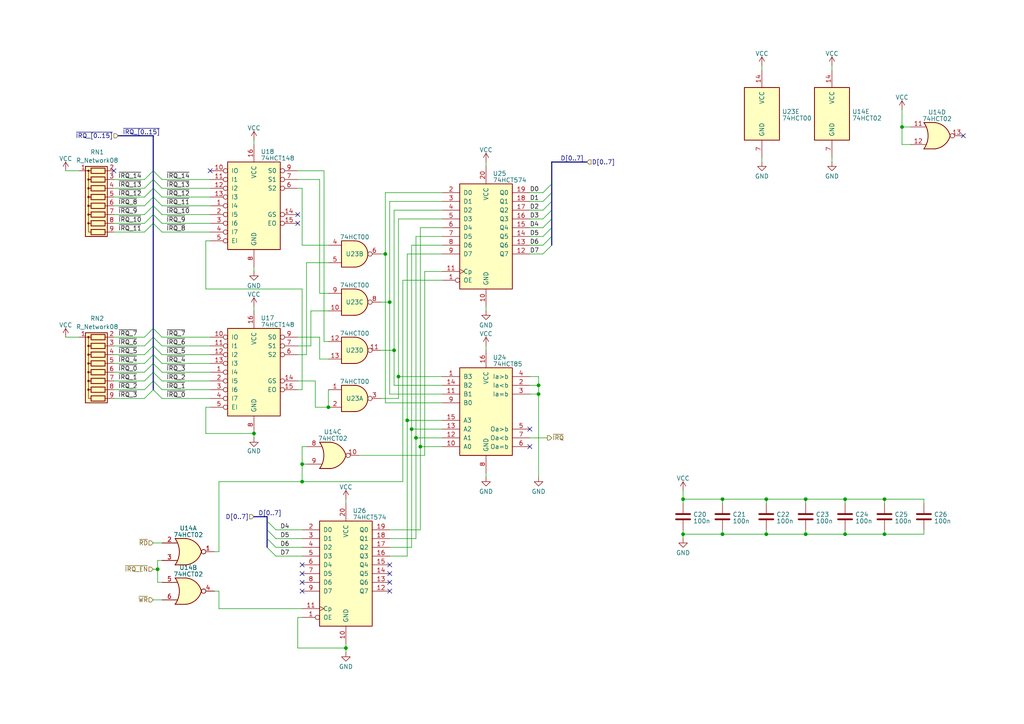
<source format=kicad_sch>
(kicad_sch (version 20231120) (generator "eeschema") (generator_version "8.0")
  (paper "A4")
  (title_block (title "IRQ Handler") (date "2024-02-03") (rev "1") (company "Eric Lind"))
  (lib_symbols
    (symbol "74xx:74HCT02" (pin_names (offset 1.016))
      (property "Reference" "U" (at 0 1.27 0))
      (property "Value" "74HCT02" (at 0 -1.27 0))
      (symbol "74HCT02_1_1"
        (arc (start -3.81 -3.81) (mid -2.589 0) (end -3.81 3.81) (stroke (width 0.254)))
        (arc (start -0.6096 -3.81) (mid 2.1842 -2.5851) (end 3.81 0) (stroke (width 0.254)) (fill (type background)))
        (polyline (pts (xy -3.81 -3.81) (xy -0.635 -3.81)) (stroke (width 0.254)) (fill (type background)))
        (polyline (pts (xy -3.81 3.81) (xy -0.635 3.81)) (stroke (width 0.254)) (fill (type background)))
        (polyline (pts (xy -0.635 3.81) (xy -3.81 3.81) (xy -3.81 3.81) (xy -3.556 3.4036) (xy -3.0226 2.2606) (xy -2.6924 1.0414) (xy -2.6162 -0.254) (xy -2.7686 -1.4986) (xy -3.175 -2.7178) (xy -3.81 -3.81) (xy -3.81 -3.81) (xy -0.635 -3.81)) (stroke (width -25.4)) (fill (type background)))
        (arc (start 3.81 0) (mid 2.1915 2.5936) (end -0.6096 3.81) (stroke (width 0.254)) (fill (type background)))
        (pin output inverted (at 7.62 0 180) (length 3.81) (name "~") (number "1"))
        (pin input line (at -7.62 2.54 0) (length 4.318) (name "~") (number "2"))
        (pin input line (at -7.62 -2.54 0) (length 4.318) (name "~") (number "3"))
      )
      (symbol "74HCT02_1_2"
        (arc (start 0 -3.81) (mid 3.7934 0) (end 0 3.81) (stroke (width 0.254)) (fill (type background)))
        (polyline (pts (xy 0 3.81) (xy -3.81 3.81) (xy -3.81 -3.81) (xy 0 -3.81)) (stroke (width 0.254)) (fill (type background)))
        (pin output line (at 7.62 0 180) (length 3.81) (name "~") (number "1"))
        (pin input inverted (at -7.62 2.54 0) (length 3.81) (name "~") (number "2"))
        (pin input inverted (at -7.62 -2.54 0) (length 3.81) (name "~") (number "3"))
      )
      (symbol "74HCT02_2_1"
        (arc (start -3.81 -3.81) (mid -2.589 0) (end -3.81 3.81) (stroke (width 0.254)))
        (arc (start -0.6096 -3.81) (mid 2.1842 -2.5851) (end 3.81 0) (stroke (width 0.254)) (fill (type background)))
        (polyline (pts (xy -3.81 -3.81) (xy -0.635 -3.81)) (stroke (width 0.254)) (fill (type background)))
        (polyline (pts (xy -3.81 3.81) (xy -0.635 3.81)) (stroke (width 0.254)) (fill (type background)))
        (polyline (pts (xy -0.635 3.81) (xy -3.81 3.81) (xy -3.81 3.81) (xy -3.556 3.4036) (xy -3.0226 2.2606) (xy -2.6924 1.0414) (xy -2.6162 -0.254) (xy -2.7686 -1.4986) (xy -3.175 -2.7178) (xy -3.81 -3.81) (xy -3.81 -3.81) (xy -0.635 -3.81)) (stroke (width -25.4)) (fill (type background)))
        (arc (start 3.81 0) (mid 2.1915 2.5936) (end -0.6096 3.81) (stroke (width 0.254)) (fill (type background)))
        (pin output inverted (at 7.62 0 180) (length 3.81) (name "~") (number "4"))
        (pin input line (at -7.62 2.54 0) (length 4.318) (name "~") (number "5"))
        (pin input line (at -7.62 -2.54 0) (length 4.318) (name "~") (number "6"))
      )
      (symbol "74HCT02_2_2"
        (arc (start 0 -3.81) (mid 3.7934 0) (end 0 3.81) (stroke (width 0.254)) (fill (type background)))
        (polyline (pts (xy 0 3.81) (xy -3.81 3.81) (xy -3.81 -3.81) (xy 0 -3.81)) (stroke (width 0.254)) (fill (type background)))
        (pin output line (at 7.62 0 180) (length 3.81) (name "~") (number "4"))
        (pin input inverted (at -7.62 2.54 0) (length 3.81) (name "~") (number "5"))
        (pin input inverted (at -7.62 -2.54 0) (length 3.81) (name "~") (number "6"))
      )
      (symbol "74HCT02_3_1"
        (arc (start -3.81 -3.81) (mid -2.589 0) (end -3.81 3.81) (stroke (width 0.254)))
        (arc (start -0.6096 -3.81) (mid 2.1842 -2.5851) (end 3.81 0) (stroke (width 0.254)) (fill (type background)))
        (polyline (pts (xy -3.81 -3.81) (xy -0.635 -3.81)) (stroke (width 0.254)) (fill (type background)))
        (polyline (pts (xy -3.81 3.81) (xy -0.635 3.81)) (stroke (width 0.254)) (fill (type background)))
        (polyline (pts (xy -0.635 3.81) (xy -3.81 3.81) (xy -3.81 3.81) (xy -3.556 3.4036) (xy -3.0226 2.2606) (xy -2.6924 1.0414) (xy -2.6162 -0.254) (xy -2.7686 -1.4986) (xy -3.175 -2.7178) (xy -3.81 -3.81) (xy -3.81 -3.81) (xy -0.635 -3.81)) (stroke (width -25.4)) (fill (type background)))
        (arc (start 3.81 0) (mid 2.1915 2.5936) (end -0.6096 3.81) (stroke (width 0.254)) (fill (type background)))
        (pin output inverted (at 7.62 0 180) (length 3.81) (name "~") (number "10"))
        (pin input line (at -7.62 2.54 0) (length 4.318) (name "~") (number "8"))
        (pin input line (at -7.62 -2.54 0) (length 4.318) (name "~") (number "9"))
      )
      (symbol "74HCT02_3_2"
        (arc (start 0 -3.81) (mid 3.7934 0) (end 0 3.81) (stroke (width 0.254)) (fill (type background)))
        (polyline (pts (xy 0 3.81) (xy -3.81 3.81) (xy -3.81 -3.81) (xy 0 -3.81)) (stroke (width 0.254)) (fill (type background)))
        (pin output line (at 7.62 0 180) (length 3.81) (name "~") (number "10"))
        (pin input inverted (at -7.62 2.54 0) (length 3.81) (name "~") (number "8"))
        (pin input inverted (at -7.62 -2.54 0) (length 3.81) (name "~") (number "9"))
      )
      (symbol "74HCT02_4_1"
        (arc (start -3.81 -3.81) (mid -2.589 0) (end -3.81 3.81) (stroke (width 0.254)))
        (arc (start -0.6096 -3.81) (mid 2.1842 -2.5851) (end 3.81 0) (stroke (width 0.254)) (fill (type background)))
        (polyline (pts (xy -3.81 -3.81) (xy -0.635 -3.81)) (stroke (width 0.254)) (fill (type background)))
        (polyline (pts (xy -3.81 3.81) (xy -0.635 3.81)) (stroke (width 0.254)) (fill (type background)))
        (polyline (pts (xy -0.635 3.81) (xy -3.81 3.81) (xy -3.81 3.81) (xy -3.556 3.4036) (xy -3.0226 2.2606) (xy -2.6924 1.0414) (xy -2.6162 -0.254) (xy -2.7686 -1.4986) (xy -3.175 -2.7178) (xy -3.81 -3.81) (xy -3.81 -3.81) (xy -0.635 -3.81)) (stroke (width -25.4)) (fill (type background)))
        (arc (start 3.81 0) (mid 2.1915 2.5936) (end -0.6096 3.81) (stroke (width 0.254)) (fill (type background)))
        (pin input line (at -7.62 2.54 0) (length 4.318) (name "~") (number "11"))
        (pin input line (at -7.62 -2.54 0) (length 4.318) (name "~") (number "12"))
        (pin output inverted (at 7.62 0 180) (length 3.81) (name "~") (number "13"))
      )
      (symbol "74HCT02_4_2"
        (arc (start 0 -3.81) (mid 3.7934 0) (end 0 3.81) (stroke (width 0.254)) (fill (type background)))
        (polyline (pts (xy 0 3.81) (xy -3.81 3.81) (xy -3.81 -3.81) (xy 0 -3.81)) (stroke (width 0.254)) (fill (type background)))
        (pin input inverted (at -7.62 2.54 0) (length 3.81) (name "~") (number "11"))
        (pin input inverted (at -7.62 -2.54 0) (length 3.81) (name "~") (number "12"))
        (pin output line (at 7.62 0 180) (length 3.81) (name "~") (number "13"))
      )
      (symbol "74HCT02_5_0"
        (pin power_in line (at 0 12.7 270) (length 5.08) (name "VCC") (number "14"))
        (pin power_in line (at 0 -12.7 90) (length 5.08) (name "GND") (number "7"))
      )
      (symbol "74HCT02_5_1"
        (rectangle (start -5.08 7.62) (end 5.08 -7.62) (stroke (width 0.254)) (fill (type background)))
      )
    )
    (symbol "74xx:74LS00" (pin_names (offset 1.016))
      (property "Reference" "U" (at 0 1.27 0))
      (property "Value" "74LS00" (at 0 -1.27 0))
      (symbol "74LS00_1_1"
        (arc (start 0 -3.81) (mid 3.7934 0) (end 0 3.81) (stroke (width 0.254)) (fill (type background)))
        (polyline (pts (xy 0 3.81) (xy -3.81 3.81) (xy -3.81 -3.81) (xy 0 -3.81)) (stroke (width 0.254)) (fill (type background)))
        (pin input line (at -7.62 2.54 0) (length 3.81) (name "~") (number "1"))
        (pin input line (at -7.62 -2.54 0) (length 3.81) (name "~") (number "2"))
        (pin output inverted (at 7.62 0 180) (length 3.81) (name "~") (number "3"))
      )
      (symbol "74LS00_1_2"
        (arc (start -3.81 -3.81) (mid -2.589 0) (end -3.81 3.81) (stroke (width 0.254)))
        (arc (start -0.6096 -3.81) (mid 2.1842 -2.5851) (end 3.81 0) (stroke (width 0.254)) (fill (type background)))
        (polyline (pts (xy -3.81 -3.81) (xy -0.635 -3.81)) (stroke (width 0.254)) (fill (type background)))
        (polyline (pts (xy -3.81 3.81) (xy -0.635 3.81)) (stroke (width 0.254)) (fill (type background)))
        (polyline (pts (xy -0.635 3.81) (xy -3.81 3.81) (xy -3.81 3.81) (xy -3.556 3.4036) (xy -3.0226 2.2606) (xy -2.6924 1.0414) (xy -2.6162 -0.254) (xy -2.7686 -1.4986) (xy -3.175 -2.7178) (xy -3.81 -3.81) (xy -3.81 -3.81) (xy -0.635 -3.81)) (stroke (width -25.4)) (fill (type background)))
        (arc (start 3.81 0) (mid 2.1915 2.5936) (end -0.6096 3.81) (stroke (width 0.254)) (fill (type background)))
        (pin input inverted (at -7.62 2.54 0) (length 4.318) (name "~") (number "1"))
        (pin input inverted (at -7.62 -2.54 0) (length 4.318) (name "~") (number "2"))
        (pin output line (at 7.62 0 180) (length 3.81) (name "~") (number "3"))
      )
      (symbol "74LS00_2_1"
        (arc (start 0 -3.81) (mid 3.7934 0) (end 0 3.81) (stroke (width 0.254)) (fill (type background)))
        (polyline (pts (xy 0 3.81) (xy -3.81 3.81) (xy -3.81 -3.81) (xy 0 -3.81)) (stroke (width 0.254)) (fill (type background)))
        (pin input line (at -7.62 2.54 0) (length 3.81) (name "~") (number "4"))
        (pin input line (at -7.62 -2.54 0) (length 3.81) (name "~") (number "5"))
        (pin output inverted (at 7.62 0 180) (length 3.81) (name "~") (number "6"))
      )
      (symbol "74LS00_2_2"
        (arc (start -3.81 -3.81) (mid -2.589 0) (end -3.81 3.81) (stroke (width 0.254)))
        (arc (start -0.6096 -3.81) (mid 2.1842 -2.5851) (end 3.81 0) (stroke (width 0.254)) (fill (type background)))
        (polyline (pts (xy -3.81 -3.81) (xy -0.635 -3.81)) (stroke (width 0.254)) (fill (type background)))
        (polyline (pts (xy -3.81 3.81) (xy -0.635 3.81)) (stroke (width 0.254)) (fill (type background)))
        (polyline (pts (xy -0.635 3.81) (xy -3.81 3.81) (xy -3.81 3.81) (xy -3.556 3.4036) (xy -3.0226 2.2606) (xy -2.6924 1.0414) (xy -2.6162 -0.254) (xy -2.7686 -1.4986) (xy -3.175 -2.7178) (xy -3.81 -3.81) (xy -3.81 -3.81) (xy -0.635 -3.81)) (stroke (width -25.4)) (fill (type background)))
        (arc (start 3.81 0) (mid 2.1915 2.5936) (end -0.6096 3.81) (stroke (width 0.254)) (fill (type background)))
        (pin input inverted (at -7.62 2.54 0) (length 4.318) (name "~") (number "4"))
        (pin input inverted (at -7.62 -2.54 0) (length 4.318) (name "~") (number "5"))
        (pin output line (at 7.62 0 180) (length 3.81) (name "~") (number "6"))
      )
      (symbol "74LS00_3_1"
        (arc (start 0 -3.81) (mid 3.7934 0) (end 0 3.81) (stroke (width 0.254)) (fill (type background)))
        (polyline (pts (xy 0 3.81) (xy -3.81 3.81) (xy -3.81 -3.81) (xy 0 -3.81)) (stroke (width 0.254)) (fill (type background)))
        (pin input line (at -7.62 -2.54 0) (length 3.81) (name "~") (number "10"))
        (pin output inverted (at 7.62 0 180) (length 3.81) (name "~") (number "8"))
        (pin input line (at -7.62 2.54 0) (length 3.81) (name "~") (number "9"))
      )
      (symbol "74LS00_3_2"
        (arc (start -3.81 -3.81) (mid -2.589 0) (end -3.81 3.81) (stroke (width 0.254)))
        (arc (start -0.6096 -3.81) (mid 2.1842 -2.5851) (end 3.81 0) (stroke (width 0.254)) (fill (type background)))
        (polyline (pts (xy -3.81 -3.81) (xy -0.635 -3.81)) (stroke (width 0.254)) (fill (type background)))
        (polyline (pts (xy -3.81 3.81) (xy -0.635 3.81)) (stroke (width 0.254)) (fill (type background)))
        (polyline (pts (xy -0.635 3.81) (xy -3.81 3.81) (xy -3.81 3.81) (xy -3.556 3.4036) (xy -3.0226 2.2606) (xy -2.6924 1.0414) (xy -2.6162 -0.254) (xy -2.7686 -1.4986) (xy -3.175 -2.7178) (xy -3.81 -3.81) (xy -3.81 -3.81) (xy -0.635 -3.81)) (stroke (width -25.4)) (fill (type background)))
        (arc (start 3.81 0) (mid 2.1915 2.5936) (end -0.6096 3.81) (stroke (width 0.254)) (fill (type background)))
        (pin input inverted (at -7.62 -2.54 0) (length 4.318) (name "~") (number "10"))
        (pin output line (at 7.62 0 180) (length 3.81) (name "~") (number "8"))
        (pin input inverted (at -7.62 2.54 0) (length 4.318) (name "~") (number "9"))
      )
      (symbol "74LS00_4_1"
        (arc (start 0 -3.81) (mid 3.7934 0) (end 0 3.81) (stroke (width 0.254)) (fill (type background)))
        (polyline (pts (xy 0 3.81) (xy -3.81 3.81) (xy -3.81 -3.81) (xy 0 -3.81)) (stroke (width 0.254)) (fill (type background)))
        (pin output inverted (at 7.62 0 180) (length 3.81) (name "~") (number "11"))
        (pin input line (at -7.62 2.54 0) (length 3.81) (name "~") (number "12"))
        (pin input line (at -7.62 -2.54 0) (length 3.81) (name "~") (number "13"))
      )
      (symbol "74LS00_4_2"
        (arc (start -3.81 -3.81) (mid -2.589 0) (end -3.81 3.81) (stroke (width 0.254)))
        (arc (start -0.6096 -3.81) (mid 2.1842 -2.5851) (end 3.81 0) (stroke (width 0.254)) (fill (type background)))
        (polyline (pts (xy -3.81 -3.81) (xy -0.635 -3.81)) (stroke (width 0.254)) (fill (type background)))
        (polyline (pts (xy -3.81 3.81) (xy -0.635 3.81)) (stroke (width 0.254)) (fill (type background)))
        (polyline (pts (xy -0.635 3.81) (xy -3.81 3.81) (xy -3.81 3.81) (xy -3.556 3.4036) (xy -3.0226 2.2606) (xy -2.6924 1.0414) (xy -2.6162 -0.254) (xy -2.7686 -1.4986) (xy -3.175 -2.7178) (xy -3.81 -3.81) (xy -3.81 -3.81) (xy -0.635 -3.81)) (stroke (width -25.4)) (fill (type background)))
        (arc (start 3.81 0) (mid 2.1915 2.5936) (end -0.6096 3.81) (stroke (width 0.254)) (fill (type background)))
        (pin output line (at 7.62 0 180) (length 3.81) (name "~") (number "11"))
        (pin input inverted (at -7.62 2.54 0) (length 4.318) (name "~") (number "12"))
        (pin input inverted (at -7.62 -2.54 0) (length 4.318) (name "~") (number "13"))
      )
      (symbol "74LS00_5_0"
        (pin power_in line (at 0 12.7 270) (length 5.08) (name "VCC") (number "14"))
        (pin power_in line (at 0 -12.7 90) (length 5.08) (name "GND") (number "7"))
      )
      (symbol "74LS00_5_1"
        (rectangle (start -5.08 7.62) (end 5.08 -7.62) (stroke (width 0.254)) (fill (type background)))
      )
    )
    (symbol "74xx:74LS148" (pin_names (offset 1.016))
      (property "Reference" "U" (at -7.62 13.97 0))
      (property "Value" "74LS148" (at -7.62 -13.97 0))
      (symbol "74LS148_1_0"
        (pin input inverted (at -12.7 0 0) (length 5.08) (name "I4") (number "1"))
        (pin input inverted (at -12.7 10.16 0) (length 5.08) (name "IO") (number "10"))
        (pin input inverted (at -12.7 7.62 0) (length 5.08) (name "I1") (number "11"))
        (pin input inverted (at -12.7 5.08 0) (length 5.08) (name "I2") (number "12"))
        (pin input inverted (at -12.7 2.54 0) (length 5.08) (name "I3") (number "13"))
        (pin output inverted (at 12.7 -2.54 180) (length 5.08) (name "GS") (number "14"))
        (pin output inverted (at 12.7 -5.08 180) (length 5.08) (name "EO") (number "15"))
        (pin power_in line (at 0 17.78 270) (length 5.08) (name "VCC") (number "16"))
        (pin input inverted (at -12.7 -2.54 0) (length 5.08) (name "I5") (number "2"))
        (pin input inverted (at -12.7 -5.08 0) (length 5.08) (name "I6") (number "3"))
        (pin input inverted (at -12.7 -7.62 0) (length 5.08) (name "I7") (number "4"))
        (pin input inverted (at -12.7 -10.16 0) (length 5.08) (name "EI") (number "5"))
        (pin output inverted (at 12.7 5.08 180) (length 5.08) (name "S2") (number "6"))
        (pin output inverted (at 12.7 7.62 180) (length 5.08) (name "S1") (number "7"))
        (pin power_in line (at 0 -17.78 90) (length 5.08) (name "GND") (number "8"))
        (pin output inverted (at 12.7 10.16 180) (length 5.08) (name "S0") (number "9"))
      )
      (symbol "74LS148_1_1"
        (rectangle (start -7.62 12.7) (end 7.62 -12.7) (stroke (width 0.254)) (fill (type background)))
      )
    )
    (symbol "74xx:74LS574" (pin_names (offset 1.016))
      (property "Reference" "U" (at -7.62 16.51 0))
      (property "Value" "74LS574" (at -7.62 -16.51 0))
      (symbol "74LS574_1_0"
        (pin input inverted (at -12.7 -12.7 0) (length 5.08) (name "OE") (number "1"))
        (pin power_in line (at 0 -20.32 90) (length 5.08) (name "GND") (number "10"))
        (pin input clock (at -12.7 -10.16 0) (length 5.08) (name "Cp") (number "11"))
        (pin tri_state line (at 12.7 -5.08 180) (length 5.08) (name "Q7") (number "12"))
        (pin tri_state line (at 12.7 -2.54 180) (length 5.08) (name "Q6") (number "13"))
        (pin tri_state line (at 12.7 0 180) (length 5.08) (name "Q5") (number "14"))
        (pin tri_state line (at 12.7 2.54 180) (length 5.08) (name "Q4") (number "15"))
        (pin tri_state line (at 12.7 5.08 180) (length 5.08) (name "Q3") (number "16"))
        (pin tri_state line (at 12.7 7.62 180) (length 5.08) (name "Q2") (number "17"))
        (pin tri_state line (at 12.7 10.16 180) (length 5.08) (name "Q1") (number "18"))
        (pin tri_state line (at 12.7 12.7 180) (length 5.08) (name "Q0") (number "19"))
        (pin input line (at -12.7 12.7 0) (length 5.08) (name "D0") (number "2"))
        (pin power_in line (at 0 20.32 270) (length 5.08) (name "VCC") (number "20"))
        (pin input line (at -12.7 10.16 0) (length 5.08) (name "D1") (number "3"))
        (pin input line (at -12.7 7.62 0) (length 5.08) (name "D2") (number "4"))
        (pin input line (at -12.7 5.08 0) (length 5.08) (name "D3") (number "5"))
        (pin input line (at -12.7 2.54 0) (length 5.08) (name "D4") (number "6"))
        (pin input line (at -12.7 0 0) (length 5.08) (name "D5") (number "7"))
        (pin input line (at -12.7 -2.54 0) (length 5.08) (name "D6") (number "8"))
        (pin input line (at -12.7 -5.08 0) (length 5.08) (name "D7") (number "9"))
      )
      (symbol "74LS574_1_1"
        (rectangle (start -7.62 15.24) (end 7.62 -15.24) (stroke (width 0.254)) (fill (type background)))
      )
    )
    (symbol "74xx:74LS85" (pin_names (offset 1.016))
      (property "Reference" "U" (at -7.62 13.97 0))
      (property "Value" "74LS85" (at -7.62 -13.97 0))
      (symbol "74LS85_1_0"
        (pin input line (at -12.7 10.16 0) (length 5.08) (name "B3") (number "1"))
        (pin input line (at -12.7 -10.16 0) (length 5.08) (name "A0") (number "10"))
        (pin input line (at -12.7 5.08 0) (length 5.08) (name "B1") (number "11"))
        (pin input line (at -12.7 -7.62 0) (length 5.08) (name "A1") (number "12"))
        (pin input line (at -12.7 -5.08 0) (length 5.08) (name "A2") (number "13"))
        (pin input line (at -12.7 7.62 0) (length 5.08) (name "B2") (number "14"))
        (pin input line (at -12.7 -2.54 0) (length 5.08) (name "A3") (number "15"))
        (pin power_in line (at 0 17.78 270) (length 5.08) (name "VCC") (number "16"))
        (pin input line (at 12.7 7.62 180) (length 5.08) (name "Ia<b") (number "2"))
        (pin input line (at 12.7 5.08 180) (length 5.08) (name "Ia=b") (number "3"))
        (pin input line (at 12.7 10.16 180) (length 5.08) (name "Ia>b") (number "4"))
        (pin output line (at 12.7 -5.08 180) (length 5.08) (name "Oa>b") (number "5"))
        (pin output line (at 12.7 -10.16 180) (length 5.08) (name "Oa=b") (number "6"))
        (pin output line (at 12.7 -7.62 180) (length 5.08) (name "Oa<b") (number "7"))
        (pin power_in line (at 0 -17.78 90) (length 5.08) (name "GND") (number "8"))
        (pin input line (at -12.7 2.54 0) (length 5.08) (name "B0") (number "9"))
      )
      (symbol "74LS85_1_1"
        (rectangle (start -7.62 12.7) (end 7.62 -12.7) (stroke (width 0.254)) (fill (type background)))
      )
    )
    (symbol "Device:C" (pin_numbers hide) (pin_names (offset 0.254))
      (property "Reference" "C" (at 0.635 2.54 0))
      (property "Value" "C" (at 0.635 -2.54 0))
      (symbol "C_0_1"
        (polyline (pts (xy -2.032 -0.762) (xy 2.032 -0.762)) (stroke (width 0.508)))
        (polyline (pts (xy -2.032 0.762) (xy 2.032 0.762)) (stroke (width 0.508)))
      )
      (symbol "C_1_1"
        (pin passive line (at 0 3.81 270) (length 2.794) (name "~") (number "1"))
        (pin passive line (at 0 -3.81 90) (length 2.794) (name "~") (number "2"))
      )
    )
    (symbol "Device:R_Network08" (pin_names (offset 0) hide)
      (property "Reference" "RN" (at -12.7 0 90))
      (property "Value" "R_Network08" (at 10.16 0 90))
      (symbol "R_Network08_0_1"
        (rectangle (start -11.43 -3.175) (end 8.89 3.175) (stroke (width 0.254)) (fill (type background)))
        (rectangle (start -10.922 1.524) (end -9.398 -2.54) (stroke (width 0.254)))
        (circle (center -10.16 2.286) (radius 0.254) (fill (type outline)))
        (rectangle (start -8.382 1.524) (end -6.858 -2.54) (stroke (width 0.254)))
        (circle (center -7.62 2.286) (radius 0.254) (fill (type outline)))
        (rectangle (start -5.842 1.524) (end -4.318 -2.54) (stroke (width 0.254)))
        (circle (center -5.08 2.286) (radius 0.254) (fill (type outline)))
        (rectangle (start -3.302 1.524) (end -1.778 -2.54) (stroke (width 0.254)))
        (circle (center -2.54 2.286) (radius 0.254) (fill (type outline)))
        (rectangle (start -0.762 1.524) (end 0.762 -2.54) (stroke (width 0.254)))
        (polyline (pts (xy -10.16 -2.54) (xy -10.16 -3.81)))
        (polyline (pts (xy -7.62 -2.54) (xy -7.62 -3.81)))
        (polyline (pts (xy -5.08 -2.54) (xy -5.08 -3.81)))
        (polyline (pts (xy -2.54 -2.54) (xy -2.54 -3.81)))
        (polyline (pts (xy 0 -2.54) (xy 0 -3.81)))
        (polyline (pts (xy 2.54 -2.54) (xy 2.54 -3.81)))
        (polyline (pts (xy 5.08 -2.54) (xy 5.08 -3.81)))
        (polyline (pts (xy 7.62 -2.54) (xy 7.62 -3.81)))
        (polyline (pts (xy -10.16 1.524) (xy -10.16 2.286) (xy -7.62 2.286) (xy -7.62 1.524)))
        (polyline (pts (xy -7.62 1.524) (xy -7.62 2.286) (xy -5.08 2.286) (xy -5.08 1.524)))
        (polyline (pts (xy -5.08 1.524) (xy -5.08 2.286) (xy -2.54 2.286) (xy -2.54 1.524)))
        (polyline (pts (xy -2.54 1.524) (xy -2.54 2.286) (xy 0 2.286) (xy 0 1.524)))
        (polyline (pts (xy 0 1.524) (xy 0 2.286) (xy 2.54 2.286) (xy 2.54 1.524)))
        (polyline (pts (xy 2.54 1.524) (xy 2.54 2.286) (xy 5.08 2.286) (xy 5.08 1.524)))
        (polyline (pts (xy 5.08 1.524) (xy 5.08 2.286) (xy 7.62 2.286) (xy 7.62 1.524)))
        (circle (center 0 2.286) (radius 0.254) (fill (type outline)))
        (rectangle (start 1.778 1.524) (end 3.302 -2.54) (stroke (width 0.254)))
        (circle (center 2.54 2.286) (radius 0.254) (fill (type outline)))
        (rectangle (start 4.318 1.524) (end 5.842 -2.54) (stroke (width 0.254)))
        (circle (center 5.08 2.286) (radius 0.254) (fill (type outline)))
        (rectangle (start 6.858 1.524) (end 8.382 -2.54) (stroke (width 0.254)))
      )
      (symbol "R_Network08_1_1"
        (pin passive line (at -10.16 5.08 270) (length 2.54) (name "common") (number "1"))
        (pin passive line (at -10.16 -5.08 90) (length 1.27) (name "R1") (number "2"))
        (pin passive line (at -7.62 -5.08 90) (length 1.27) (name "R2") (number "3"))
        (pin passive line (at -5.08 -5.08 90) (length 1.27) (name "R3") (number "4"))
        (pin passive line (at -2.54 -5.08 90) (length 1.27) (name "R4") (number "5"))
        (pin passive line (at 0 -5.08 90) (length 1.27) (name "R5") (number "6"))
        (pin passive line (at 2.54 -5.08 90) (length 1.27) (name "R6") (number "7"))
        (pin passive line (at 5.08 -5.08 90) (length 1.27) (name "R7") (number "8"))
        (pin passive line (at 7.62 -5.08 90) (length 1.27) (name "R8") (number "9"))
      )
    )
    (symbol "power:GND" (power) (pin_names (offset 0))
      (property "Value" "GND" (at 0 -3.81 0))
      (symbol "GND_0_1"
        (polyline (pts (xy 0 0) (xy 0 -1.27) (xy 1.27 -1.27) (xy 0 -2.54) (xy -1.27 -1.27) (xy 0 -1.27)))
      )
      (symbol "GND_1_1"
        (pin power_in line (at 0 0 270) (length 0) hide (name "GND") (number "1"))
      )
    )
    (symbol "power:VCC" (power) (pin_names (offset 0))
      (property "Value" "VCC" (at 0 3.81 0))
      (symbol "VCC_0_1"
        (polyline (pts (xy -0.762 1.27) (xy 0 2.54)))
        (polyline (pts (xy 0 0) (xy 0 2.54)))
        (polyline (pts (xy 0 2.54) (xy 0.762 1.27)))
      )
      (symbol "VCC_1_1"
        (pin power_in line (at 0 0 90) (length 0) hide (name "VCC") (number "1"))
      )
    )
  )
  (junction (at 209.55 154.94))
  (junction (at 119.38 124.46))
  (junction (at 233.68 154.94))
  (junction (at 95.25 118.11))
  (junction (at 115.57 109.22))
  (junction (at 209.55 144.78))
  (junction (at 245.11 154.94))
  (junction (at 100.33 187.96))
  (junction (at 73.66 125.73))
  (junction (at 261.62 36.83))
  (junction (at 45.72 165.1))
  (junction (at 198.12 154.94))
  (junction (at 87.63 139.7))
  (junction (at 198.12 144.78))
  (junction (at 111.76 73.66))
  (junction (at 156.21 114.3))
  (junction (at 222.25 144.78))
  (junction (at 233.68 144.78))
  (junction (at 114.3 101.6))
  (junction (at 256.54 154.94))
  (junction (at 156.21 111.76))
  (junction (at 256.54 144.78))
  (junction (at 87.63 134.62))
  (junction (at 120.65 127))
  (junction (at 113.03 87.63))
  (junction (at 222.25 154.94))
  (junction (at 121.92 129.54))
  (junction (at 245.11 144.78))
  (junction (at 118.11 121.92))
  (no_connect (at 87.63 163.83))
  (no_connect (at 153.67 124.46))
  (no_connect (at 113.03 166.37))
  (no_connect (at 87.63 168.91))
  (no_connect (at 86.36 64.77))
  (no_connect (at 113.03 163.83))
  (no_connect (at 279.4 39.37))
  (no_connect (at 153.67 129.54))
  (no_connect (at 33.02 49.53))
  (no_connect (at 113.03 171.45))
  (no_connect (at 60.96 49.53))
  (no_connect (at 87.63 166.37))
  (no_connect (at 86.36 62.23))
  (no_connect (at 113.03 168.91))
  (no_connect (at 87.63 171.45))
  (bus_entry (at 160.02 53.34) (size -2.54 2.54))
  (bus_entry (at 41.91 54.61) (size 2.54 -2.54))
  (bus_entry (at 44.45 100.33) (size 2.54 2.54))
  (bus_entry (at 44.45 59.69) (size 2.54 2.54))
  (bus_entry (at 41.91 67.31) (size 2.54 -2.54))
  (bus_entry (at 41.91 102.87) (size 2.54 -2.54))
  (bus_entry (at 44.45 49.53) (size 2.54 2.54))
  (bus_entry (at 41.91 110.49) (size 2.54 -2.54))
  (bus_entry (at 44.45 107.95) (size 2.54 2.54))
  (bus_entry (at 44.45 64.77) (size 2.54 2.54))
  (bus_entry (at 44.45 52.07) (size 2.54 2.54))
  (bus_entry (at 44.45 54.61) (size 2.54 2.54))
  (bus_entry (at 41.91 62.23) (size 2.54 -2.54))
  (bus_entry (at 41.91 107.95) (size 2.54 -2.54))
  (bus_entry (at 44.45 110.49) (size 2.54 2.54))
  (bus_entry (at 77.47 156.21) (size 2.54 2.54))
  (bus_entry (at 41.91 52.07) (size 2.54 -2.54))
  (bus_entry (at 77.47 158.75) (size 2.54 2.54))
  (bus_entry (at 77.47 151.13) (size 2.54 2.54))
  (bus_entry (at 160.02 63.5) (size -2.54 2.54))
  (bus_entry (at 41.91 105.41) (size 2.54 -2.54))
  (bus_entry (at 44.45 97.79) (size 2.54 2.54))
  (bus_entry (at 41.91 97.79) (size 2.54 -2.54))
  (bus_entry (at 41.91 64.77) (size 2.54 -2.54))
  (bus_entry (at 44.45 113.03) (size 2.54 2.54))
  (bus_entry (at 44.45 57.15) (size 2.54 2.54))
  (bus_entry (at 44.45 102.87) (size 2.54 2.54))
  (bus_entry (at 41.91 57.15) (size 2.54 -2.54))
  (bus_entry (at 41.91 115.57) (size 2.54 -2.54))
  (bus_entry (at 44.45 105.41) (size 2.54 2.54))
  (bus_entry (at 41.91 100.33) (size 2.54 -2.54))
  (bus_entry (at 77.47 153.67) (size 2.54 2.54))
  (bus_entry (at 160.02 71.12) (size -2.54 2.54))
  (bus_entry (at 44.45 62.23) (size 2.54 2.54))
  (bus_entry (at 160.02 55.88) (size -2.54 2.54))
  (bus_entry (at 41.91 59.69) (size 2.54 -2.54))
  (bus_entry (at 160.02 60.96) (size -2.54 2.54))
  (bus_entry (at 160.02 68.58) (size -2.54 2.54))
  (bus_entry (at 160.02 58.42) (size -2.54 2.54))
  (bus_entry (at 160.02 66.04) (size -2.54 2.54))
  (bus_entry (at 41.91 113.03) (size 2.54 -2.54))
  (bus_entry (at 44.45 95.25) (size 2.54 2.54))
  (wire (pts (xy 120.65 156.21) (xy 120.65 127)))
  (wire (pts (xy 33.02 59.69) (xy 41.91 59.69)))
  (wire (pts (xy 153.67 60.96) (xy 157.48 60.96)))
  (wire (pts (xy 46.99 54.61) (xy 60.96 54.61)))
  (wire (pts (xy 95.25 104.14) (xy 92.71 104.14)))
  (wire (pts (xy 80.01 153.67) (xy 87.63 153.67)))
  (wire (pts (xy 104.14 132.08) (xy 123.19 132.08)))
  (bus (pts (xy 160.02 71.12) (xy 160.02 68.58)))
  (wire (pts (xy 33.02 115.57) (xy 41.91 115.57)))
  (wire (pts (xy 113.03 156.21) (xy 120.65 156.21)))
  (wire (pts (xy 73.66 40.64) (xy 73.66 41.91)))
  (wire (pts (xy 93.98 49.53) (xy 86.36 49.53)))
  (wire (pts (xy 33.02 64.77) (xy 41.91 64.77)))
  (wire (pts (xy 87.63 54.61) (xy 86.36 54.61)))
  (wire (pts (xy 121.92 129.54) (xy 121.92 66.04)))
  (bus (pts (xy 34.29 39.37) (xy 44.45 39.37)))
  (wire (pts (xy 86.36 179.07) (xy 87.63 179.07)))
  (wire (pts (xy 100.33 144.78) (xy 100.33 146.05)))
  (bus (pts (xy 160.02 63.5) (xy 160.02 60.96)))
  (wire (pts (xy 261.62 36.83) (xy 264.16 36.83)))
  (wire (pts (xy 153.67 109.22) (xy 156.21 109.22)))
  (wire (pts (xy 90.17 100.33) (xy 86.36 100.33)))
  (wire (pts (xy 114.3 101.6) (xy 114.3 60.96)))
  (wire (pts (xy 80.01 158.75) (xy 87.63 158.75)))
  (wire (pts (xy 261.62 36.83) (xy 261.62 41.91)))
  (wire (pts (xy 113.03 58.42) (xy 113.03 87.63)))
  (wire (pts (xy 241.3 45.72) (xy 241.3 46.99)))
  (wire (pts (xy 110.49 115.57) (xy 115.57 115.57)))
  (wire (pts (xy 44.45 165.1) (xy 45.72 165.1)))
  (wire (pts (xy 88.9 102.87) (xy 88.9 76.2)))
  (wire (pts (xy 46.99 57.15) (xy 60.96 57.15)))
  (wire (pts (xy 33.02 62.23) (xy 41.91 62.23)))
  (bus (pts (xy 44.45 107.95) (xy 44.45 110.49)))
  (wire (pts (xy 153.67 127) (xy 158.75 127)))
  (wire (pts (xy 245.11 144.78) (xy 256.54 144.78)))
  (wire (pts (xy 95.25 90.17) (xy 90.17 90.17)))
  (wire (pts (xy 140.97 46.99) (xy 140.97 48.26)))
  (wire (pts (xy 267.97 146.05) (xy 267.97 144.78)))
  (wire (pts (xy 128.27 116.84) (xy 111.76 116.84)))
  (wire (pts (xy 156.21 109.22) (xy 156.21 111.76)))
  (wire (pts (xy 33.02 52.07) (xy 41.91 52.07)))
  (wire (pts (xy 46.99 52.07) (xy 60.96 52.07)))
  (wire (pts (xy 140.97 137.16) (xy 140.97 138.43)))
  (bus (pts (xy 44.45 97.79) (xy 44.45 100.33)))
  (wire (pts (xy 92.71 52.07) (xy 92.71 85.09)))
  (wire (pts (xy 33.02 110.49) (xy 41.91 110.49)))
  (wire (pts (xy 92.71 85.09) (xy 95.25 85.09)))
  (bus (pts (xy 44.45 54.61) (xy 44.45 57.15)))
  (wire (pts (xy 45.72 162.56) (xy 45.72 165.1)))
  (wire (pts (xy 123.19 132.08) (xy 123.19 78.74)))
  (wire (pts (xy 153.67 73.66) (xy 157.48 73.66)))
  (bus (pts (xy 44.45 105.41) (xy 44.45 107.95)))
  (wire (pts (xy 46.99 107.95) (xy 60.96 107.95)))
  (bus (pts (xy 160.02 66.04) (xy 160.02 63.5)))
  (bus (pts (xy 44.45 39.37) (xy 44.45 49.53)))
  (wire (pts (xy 128.27 111.76) (xy 114.3 111.76)))
  (wire (pts (xy 73.66 88.9) (xy 73.66 90.17)))
  (bus (pts (xy 44.45 95.25) (xy 44.45 97.79)))
  (wire (pts (xy 33.02 54.61) (xy 41.91 54.61)))
  (wire (pts (xy 86.36 52.07) (xy 92.71 52.07)))
  (wire (pts (xy 118.11 121.92) (xy 128.27 121.92)))
  (wire (pts (xy 80.01 156.21) (xy 87.63 156.21)))
  (wire (pts (xy 87.63 129.54) (xy 88.9 129.54)))
  (wire (pts (xy 95.25 118.11) (xy 91.44 118.11)))
  (wire (pts (xy 45.72 168.91) (xy 45.72 165.1)))
  (wire (pts (xy 87.63 134.62) (xy 88.9 134.62)))
  (wire (pts (xy 33.02 105.41) (xy 41.91 105.41)))
  (wire (pts (xy 46.99 105.41) (xy 60.96 105.41)))
  (bus (pts (xy 77.47 151.13) (xy 77.47 149.86)))
  (wire (pts (xy 110.49 101.6) (xy 114.3 101.6)))
  (wire (pts (xy 95.25 71.12) (xy 87.63 71.12)))
  (wire (pts (xy 44.45 157.48) (xy 46.99 157.48)))
  (wire (pts (xy 198.12 154.94) (xy 198.12 156.21)))
  (wire (pts (xy 256.54 154.94) (xy 267.97 154.94)))
  (wire (pts (xy 115.57 63.5) (xy 115.57 109.22)))
  (wire (pts (xy 209.55 144.78) (xy 222.25 144.78)))
  (wire (pts (xy 198.12 154.94) (xy 209.55 154.94)))
  (bus (pts (xy 160.02 68.58) (xy 160.02 66.04)))
  (wire (pts (xy 33.02 100.33) (xy 41.91 100.33)))
  (wire (pts (xy 91.44 118.11) (xy 91.44 110.49)))
  (wire (pts (xy 87.63 139.7) (xy 63.5 139.7)))
  (wire (pts (xy 88.9 76.2) (xy 95.25 76.2)))
  (wire (pts (xy 116.84 81.28) (xy 116.84 139.7)))
  (wire (pts (xy 59.69 125.73) (xy 73.66 125.73)))
  (bus (pts (xy 44.45 62.23) (xy 44.45 64.77)))
  (wire (pts (xy 233.68 144.78) (xy 245.11 144.78)))
  (wire (pts (xy 110.49 73.66) (xy 111.76 73.66)))
  (wire (pts (xy 46.99 64.77) (xy 60.96 64.77)))
  (wire (pts (xy 80.01 161.29) (xy 87.63 161.29)))
  (bus (pts (xy 160.02 53.34) (xy 160.02 46.99)))
  (wire (pts (xy 156.21 114.3) (xy 156.21 138.43)))
  (wire (pts (xy 198.12 144.78) (xy 198.12 146.05)))
  (wire (pts (xy 140.97 100.33) (xy 140.97 101.6)))
  (bus (pts (xy 44.45 110.49) (xy 44.45 113.03)))
  (wire (pts (xy 153.67 71.12) (xy 157.48 71.12)))
  (wire (pts (xy 261.62 41.91) (xy 264.16 41.91)))
  (wire (pts (xy 120.65 127) (xy 128.27 127)))
  (wire (pts (xy 87.63 139.7) (xy 116.84 139.7)))
  (wire (pts (xy 33.02 102.87) (xy 41.91 102.87)))
  (wire (pts (xy 220.98 19.05) (xy 220.98 20.32)))
  (wire (pts (xy 245.11 154.94) (xy 245.11 153.67)))
  (wire (pts (xy 46.99 67.31) (xy 60.96 67.31)))
  (bus (pts (xy 44.45 102.87) (xy 44.45 105.41)))
  (wire (pts (xy 60.96 69.85) (xy 59.69 69.85)))
  (wire (pts (xy 111.76 73.66) (xy 111.76 55.88)))
  (wire (pts (xy 198.12 144.78) (xy 209.55 144.78)))
  (wire (pts (xy 153.67 58.42) (xy 157.48 58.42)))
  (wire (pts (xy 245.11 144.78) (xy 245.11 146.05)))
  (bus (pts (xy 160.02 60.96) (xy 160.02 58.42)))
  (wire (pts (xy 91.44 110.49) (xy 86.36 110.49)))
  (bus (pts (xy 44.45 57.15) (xy 44.45 59.69)))
  (bus (pts (xy 44.45 52.07) (xy 44.45 54.61)))
  (bus (pts (xy 77.47 153.67) (xy 77.47 151.13)))
  (wire (pts (xy 46.99 62.23) (xy 60.96 62.23)))
  (bus (pts (xy 160.02 58.42) (xy 160.02 55.88)))
  (wire (pts (xy 59.69 69.85) (xy 59.69 83.82)))
  (wire (pts (xy 113.03 87.63) (xy 113.03 114.3)))
  (wire (pts (xy 121.92 129.54) (xy 121.92 153.67)))
  (wire (pts (xy 153.67 63.5) (xy 157.48 63.5)))
  (wire (pts (xy 46.99 162.56) (xy 45.72 162.56)))
  (wire (pts (xy 33.02 113.03) (xy 41.91 113.03)))
  (wire (pts (xy 33.02 57.15) (xy 41.91 57.15)))
  (wire (pts (xy 33.02 67.31) (xy 41.91 67.31)))
  (bus (pts (xy 160.02 46.99) (xy 170.18 46.99)))
  (wire (pts (xy 222.25 144.78) (xy 222.25 146.05)))
  (wire (pts (xy 46.99 168.91) (xy 45.72 168.91)))
  (wire (pts (xy 209.55 154.94) (xy 222.25 154.94)))
  (wire (pts (xy 63.5 160.02) (xy 63.5 139.7)))
  (wire (pts (xy 118.11 73.66) (xy 128.27 73.66)))
  (wire (pts (xy 120.65 68.58) (xy 128.27 68.58)))
  (wire (pts (xy 153.67 68.58) (xy 157.48 68.58)))
  (wire (pts (xy 95.25 113.03) (xy 95.25 118.11)))
  (wire (pts (xy 115.57 109.22) (xy 115.57 115.57)))
  (wire (pts (xy 116.84 81.28) (xy 128.27 81.28)))
  (wire (pts (xy 119.38 124.46) (xy 128.27 124.46)))
  (bus (pts (xy 73.66 149.86) (xy 77.47 149.86)))
  (wire (pts (xy 46.99 110.49) (xy 60.96 110.49)))
  (bus (pts (xy 44.45 59.69) (xy 44.45 62.23)))
  (wire (pts (xy 128.27 58.42) (xy 113.03 58.42)))
  (wire (pts (xy 86.36 102.87) (xy 88.9 102.87)))
  (wire (pts (xy 120.65 127) (xy 120.65 68.58)))
  (wire (pts (xy 209.55 154.94) (xy 209.55 153.67)))
  (wire (pts (xy 62.23 160.02) (xy 63.5 160.02)))
  (wire (pts (xy 63.5 171.45) (xy 62.23 171.45)))
  (wire (pts (xy 209.55 144.78) (xy 209.55 146.05)))
  (wire (pts (xy 113.03 114.3) (xy 128.27 114.3)))
  (wire (pts (xy 128.27 63.5) (xy 115.57 63.5)))
  (bus (pts (xy 77.47 158.75) (xy 77.47 156.21)))
  (wire (pts (xy 233.68 154.94) (xy 233.68 153.67)))
  (wire (pts (xy 261.62 31.75) (xy 261.62 36.83)))
  (wire (pts (xy 222.25 154.94) (xy 222.25 153.67)))
  (wire (pts (xy 46.99 59.69) (xy 60.96 59.69)))
  (wire (pts (xy 114.3 111.76) (xy 114.3 101.6)))
  (wire (pts (xy 95.25 99.06) (xy 93.98 99.06)))
  (wire (pts (xy 113.03 158.75) (xy 119.38 158.75)))
  (wire (pts (xy 33.02 97.79) (xy 41.91 97.79)))
  (wire (pts (xy 115.57 109.22) (xy 128.27 109.22)))
  (wire (pts (xy 100.33 187.96) (xy 100.33 189.23)))
  (wire (pts (xy 73.66 77.47) (xy 73.66 78.74)))
  (wire (pts (xy 86.36 179.07) (xy 86.36 187.96)))
  (wire (pts (xy 256.54 154.94) (xy 256.54 153.67)))
  (wire (pts (xy 118.11 161.29) (xy 118.11 121.92)))
  (wire (pts (xy 119.38 71.12) (xy 128.27 71.12)))
  (wire (pts (xy 44.45 173.99) (xy 46.99 173.99)))
  (wire (pts (xy 92.71 97.79) (xy 86.36 97.79)))
  (wire (pts (xy 140.97 88.9) (xy 140.97 90.17)))
  (bus (pts (xy 160.02 55.88) (xy 160.02 53.34)))
  (wire (pts (xy 233.68 154.94) (xy 245.11 154.94)))
  (wire (pts (xy 110.49 87.63) (xy 113.03 87.63)))
  (wire (pts (xy 46.99 100.33) (xy 60.96 100.33)))
  (bus (pts (xy 44.45 64.77) (xy 44.45 95.25)))
  (wire (pts (xy 153.67 114.3) (xy 156.21 114.3)))
  (wire (pts (xy 86.36 113.03) (xy 87.63 113.03)))
  (wire (pts (xy 156.21 111.76) (xy 156.21 114.3)))
  (wire (pts (xy 119.38 158.75) (xy 119.38 124.46)))
  (wire (pts (xy 153.67 66.04) (xy 157.48 66.04)))
  (wire (pts (xy 111.76 116.84) (xy 111.76 73.66)))
  (wire (pts (xy 46.99 97.79) (xy 60.96 97.79)))
  (wire (pts (xy 119.38 124.46) (xy 119.38 71.12)))
  (wire (pts (xy 87.63 83.82) (xy 87.63 113.03)))
  (wire (pts (xy 114.3 60.96) (xy 128.27 60.96)))
  (wire (pts (xy 93.98 99.06) (xy 93.98 49.53)))
  (wire (pts (xy 46.99 115.57) (xy 60.96 115.57)))
  (wire (pts (xy 245.11 154.94) (xy 256.54 154.94)))
  (wire (pts (xy 63.5 176.53) (xy 87.63 176.53)))
  (bus (pts (xy 77.47 156.21) (xy 77.47 153.67)))
  (wire (pts (xy 153.67 111.76) (xy 156.21 111.76)))
  (wire (pts (xy 256.54 144.78) (xy 267.97 144.78)))
  (wire (pts (xy 19.05 49.53) (xy 22.86 49.53)))
  (wire (pts (xy 92.71 104.14) (xy 92.71 97.79)))
  (wire (pts (xy 33.02 107.95) (xy 41.91 107.95)))
  (wire (pts (xy 63.5 176.53) (xy 63.5 171.45)))
  (wire (pts (xy 87.63 139.7) (xy 87.63 134.62)))
  (wire (pts (xy 59.69 83.82) (xy 87.63 83.82)))
  (wire (pts (xy 113.03 161.29) (xy 118.11 161.29)))
  (wire (pts (xy 222.25 154.94) (xy 233.68 154.94)))
  (wire (pts (xy 86.36 187.96) (xy 100.33 187.96)))
  (wire (pts (xy 46.99 102.87) (xy 60.96 102.87)))
  (wire (pts (xy 123.19 78.74) (xy 128.27 78.74)))
  (wire (pts (xy 59.69 118.11) (xy 59.69 125.73)))
  (wire (pts (xy 90.17 90.17) (xy 90.17 100.33)))
  (wire (pts (xy 267.97 153.67) (xy 267.97 154.94)))
  (wire (pts (xy 118.11 121.92) (xy 118.11 73.66)))
  (wire (pts (xy 73.66 125.73) (xy 73.66 127)))
  (wire (pts (xy 256.54 144.78) (xy 256.54 146.05)))
  (wire (pts (xy 46.99 113.03) (xy 60.96 113.03)))
  (wire (pts (xy 153.67 55.88) (xy 157.48 55.88)))
  (wire (pts (xy 121.92 66.04) (xy 128.27 66.04)))
  (bus (pts (xy 44.45 49.53) (xy 44.45 52.07)))
  (wire (pts (xy 222.25 144.78) (xy 233.68 144.78)))
  (wire (pts (xy 87.63 71.12) (xy 87.63 54.61)))
  (wire (pts (xy 60.96 118.11) (xy 59.69 118.11)))
  (wire (pts (xy 241.3 19.05) (xy 241.3 20.32)))
  (wire (pts (xy 220.98 45.72) (xy 220.98 46.99)))
  (wire (pts (xy 233.68 144.78) (xy 233.68 146.05)))
  (wire (pts (xy 198.12 142.24) (xy 198.12 144.78)))
  (wire (pts (xy 19.05 97.79) (xy 22.86 97.79)))
  (wire (pts (xy 113.03 153.67) (xy 121.92 153.67)))
  (wire (pts (xy 198.12 153.67) (xy 198.12 154.94)))
  (wire (pts (xy 121.92 129.54) (xy 128.27 129.54)))
  (wire (pts (xy 87.63 134.62) (xy 87.63 129.54)))
  (wire (pts (xy 111.76 55.88) (xy 128.27 55.88)))
  (wire (pts (xy 100.33 186.69) (xy 100.33 187.96)))
  (bus (pts (xy 44.45 100.33) (xy 44.45 102.87)))
  (label "~{IRQ_9}" (at 34.29 62.23 0))
  (label "~{IRQ_4}" (at 34.29 105.41 0))
  (label "~{IRQ_6}" (at 48.26 100.33 0))
  (label "D1" (at 153.67 58.42 0))
  (label "~{IRQ_2}" (at 34.29 113.03 0))
  (label "D7" (at 81.28 161.29 0))
  (label "D7" (at 153.67 73.66 0))
  (label "~{IRQ_5}" (at 34.29 102.87 0))
  (label "D4" (at 153.67 66.04 0))
  (label "~{IRQ_14}" (at 48.26 52.07 0))
  (label "~{IRQ_3}" (at 48.26 107.95 0))
  (label "~{IRQ_13}" (at 48.26 54.61 0))
  (label "D6" (at 81.28 158.75 0))
  (label "D[0..7]" (at 162.56 46.99 0))
  (label "~{IRQ_4}" (at 48.26 105.41 0))
  (label "D5" (at 81.28 156.21 0))
  (label "~{IRQ_9}" (at 48.26 64.77 0))
  (label "~{IRQ_10}" (at 48.26 62.23 0))
  (label "~{IRQ_7}" (at 48.26 97.79 0))
  (label "D6" (at 153.67 71.12 0))
  (label "~{IRQ_12}" (at 34.29 57.15 0))
  (label "~{IRQ_5}" (at 48.26 102.87 0))
  (label "~{IRQ_7}" (at 34.29 97.79 0))
  (label "~{IRQ_11}" (at 48.26 59.69 0))
  (label "~{IRQ_13}" (at 34.29 54.61 0))
  (label "~{IRQ_11}" (at 34.29 67.31 0))
  (label "~{IRQ_8}" (at 34.29 59.69 0))
  (label "~{IRQ_1}" (at 48.26 113.03 0))
  (label "~{IRQ_1}" (at 34.29 110.49 0))
  (label "~{IRQ_[0..15]}" (at 35.56 39.37 0))
  (label "~{IRQ_0}" (at 48.26 115.57 0))
  (label "D[0..7]" (at 74.93 149.86 0))
  (label "D2" (at 153.67 60.96 0))
  (label "D5" (at 153.67 68.58 0))
  (label "~{IRQ_12}" (at 48.26 57.15 0))
  (label "D0" (at 153.67 55.88 0))
  (label "~{IRQ_8}" (at 48.26 67.31 0))
  (label "~{IRQ_2}" (at 48.26 110.49 0))
  (label "~{IRQ_0}" (at 34.29 107.95 0))
  (label "~{IRQ_14}" (at 34.29 52.07 0))
  (label "~{IRQ_3}" (at 34.29 115.57 0))
  (label "~{IRQ_6}" (at 34.29 100.33 0))
  (label "D3" (at 153.67 63.5 0))
  (label "~{IRQ_10}" (at 34.29 64.77 0))
  (label "D4" (at 81.28 153.67 0))
  (hierarchical_label "~{IRQ}" (shape output) (at 158.75 127 0))
  (hierarchical_label "~{WR}" (shape input) (at 44.45 173.99 180))
  (hierarchical_label "~{IRQ_[0..15]}" (shape input) (at 34.29 39.37 180))
  (hierarchical_label "D[0..7]" (shape input) (at 73.66 149.86 180))
  (hierarchical_label "~{IRQ_EN}" (shape input) (at 44.45 165.1 180))
  (hierarchical_label "~{RD}" (shape input) (at 44.45 157.48 180))
  (hierarchical_label "D[0..7]" (shape input) (at 170.18 46.99 0))
  (symbol (lib_id "power:GND") (at 140.97 90.17 0) (mirror y) (unit 1)
    (property "Reference" "#PWR073" (effects (hide yes)))
    (property "Value" "GND" (at 140.97 94.3055 0))
  )
  (symbol (lib_id "power:VCC") (at 220.98 19.05 0) (mirror y) (unit 1)
    (property "Reference" "#PWR072" (effects (hide yes)))
    (property "Value" "VCC" (at 220.98 15.5481 0))
  )
  (symbol (lib_id "power:VCC") (at 261.62 31.75 0) (mirror y) (unit 1)
    (property "Reference" "#PWR077" (effects (hide yes)))
    (property "Value" "VCC" (at 261.62 28.2481 0))
  )
  (symbol (lib_id "74xx:74LS00") (at 102.87 87.63 0) (unit 3)
    (property "Reference" "U23" (at 102.87 87.63 0))
    (property "Value" "74HCT00" (at 102.8617 82.7311 0))
    (property "Footprint" "Package_DIP:DIP-14_W7.62mm_Socket" (effects (hide yes)))
    (property "Datasheet" "http://www.ti.com/lit/gpn/sn74ls00" (effects (hide yes)))
  )
  (symbol (lib_id "power:VCC") (at 73.66 88.9 0) (mirror y) (unit 1)
    (property "Reference" "#PWR063" (effects (hide yes)))
    (property "Value" "VCC" (at 73.66 85.3981 0))
  )
  (symbol (lib_id "Device:C") (at 245.11 149.86 0) (unit 1)
    (property "Reference" "C24" (at 248.031 149.2163 0) (effects (justify left)))
    (property "Value" "100n" (at 248.031 151.1373 0) (effects (justify left)))
    (property "Footprint" "Capacitor_THT:C_Disc_D5.0mm_W2.5mm_P2.50mm" (effects (hide yes)))
  )
  (symbol (lib_id "Device:C") (at 233.68 149.86 0) (unit 1)
    (property "Reference" "C23" (at 236.601 149.2163 0) (effects (justify left)))
    (property "Value" "100n" (at 236.601 151.1373 0) (effects (justify left)))
    (property "Footprint" "Capacitor_THT:C_Disc_D5.0mm_W2.5mm_P2.50mm" (effects (hide yes)))
  )
  (symbol (lib_id "74xx:74LS00") (at 102.87 101.6 0) (unit 4)
    (property "Reference" "U23" (at 102.87 101.6 0))
    (property "Value" "74HCT00" (at 102.8617 96.7011 0))
    (property "Footprint" "Package_DIP:DIP-14_W7.62mm_Socket" (effects (hide yes)))
    (property "Datasheet" "http://www.ti.com/lit/gpn/sn74ls00" (effects (hide yes)))
  )
  (symbol (lib_id "74xx:74LS148") (at 73.66 59.69 0) (unit 1)
    (property "Reference" "U18" (at 75.6159 43.9801 0) (effects (justify left)))
    (property "Value" "74HCT148" (at 75.6159 45.9011 0) (effects (justify left)))
    (property "Footprint" "Package_DIP:DIP-16_W7.62mm_Socket" (effects (hide yes)))
    (property "Datasheet" "http://www.ti.com/lit/gpn/sn74LS148" (effects (hide yes)))
  )
  (symbol (lib_id "74xx:74LS85") (at 140.97 119.38 0) (unit 1)
    (property "Reference" "U24" (at 142.9259 103.6701 0) (effects (justify left)))
    (property "Value" "74HCT85" (at 142.9259 105.5911 0) (effects (justify left)))
    (property "Footprint" "Package_DIP:DIP-16_W7.62mm_Socket" (effects (hide yes)))
    (property "Datasheet" "http://www.ti.com/lit/gpn/sn74LS85" (effects (hide yes)))
  )
  (symbol (lib_id "power:GND") (at 241.3 46.99 0) (mirror y) (unit 1)
    (property "Reference" "#PWR081" (effects (hide yes)))
    (property "Value" "GND" (at 241.3 51.1255 0))
  )
  (symbol (lib_id "74xx:74LS00") (at 220.98 33.02 0) (unit 5)
    (property "Reference" "U23" (at 226.822 32.3763 0) (effects (justify left)))
    (property "Value" "74HCT00" (at 226.822 34.2973 0) (effects (justify left)))
    (property "Footprint" "Package_DIP:DIP-14_W7.62mm_Socket" (effects (hide yes)))
    (property "Datasheet" "http://www.ti.com/lit/gpn/sn74ls00" (effects (hide yes)))
  )
  (symbol (lib_id "Device:C") (at 209.55 149.86 0) (unit 1)
    (property "Reference" "C21" (at 212.471 149.2163 0) (effects (justify left)))
    (property "Value" "100n" (at 212.471 151.1373 0) (effects (justify left)))
    (property "Footprint" "Capacitor_THT:C_Disc_D5.0mm_W2.5mm_P2.50mm" (effects (hide yes)))
  )
  (symbol (lib_id "power:GND") (at 156.21 138.43 0) (mirror y) (unit 1)
    (property "Reference" "#PWR078" (effects (hide yes)))
    (property "Value" "GND" (at 156.21 142.5655 0))
  )
  (symbol (lib_id "power:VCC") (at 73.66 40.64 0) (mirror y) (unit 1)
    (property "Reference" "#PWR064" (effects (hide yes)))
    (property "Value" "VCC" (at 73.66 37.1381 0))
  )
  (symbol (lib_id "74xx:74LS574") (at 100.33 166.37 0) (unit 1)
    (property "Reference" "U26" (at 102.2859 148.1201 0) (effects (justify left)))
    (property "Value" "74HCT574" (at 102.2859 150.0411 0) (effects (justify left)))
    (property "Footprint" "Package_DIP:DIP-20_W7.62mm_Socket" (effects (hide yes)))
    (property "Datasheet" "http://www.ti.com/lit/gpn/sn74LS574" (effects (hide yes)))
  )
  (symbol (lib_id "power:VCC") (at 241.3 19.05 0) (mirror y) (unit 1)
    (property "Reference" "#PWR080" (effects (hide yes)))
    (property "Value" "VCC" (at 241.3 15.5481 0))
  )
  (symbol (lib_id "power:GND") (at 100.33 189.23 0) (mirror y) (unit 1)
    (property "Reference" "#PWR075" (effects (hide yes)))
    (property "Value" "GND" (at 100.33 193.3655 0))
  )
  (symbol (lib_id "74xx:74LS00") (at 102.87 73.66 0) (unit 2)
    (property "Reference" "U23" (at 102.87 73.66 0))
    (property "Value" "74HCT00" (at 102.8617 68.7611 0))
    (property "Footprint" "Package_DIP:DIP-14_W7.62mm_Socket" (effects (hide yes)))
    (property "Datasheet" "http://www.ti.com/lit/gpn/sn74ls00" (effects (hide yes)))
  )
  (symbol (lib_id "Device:C") (at 267.97 149.86 0) (unit 1)
    (property "Reference" "C26" (at 270.891 149.2163 0) (effects (justify left)))
    (property "Value" "100n" (at 270.891 151.1373 0) (effects (justify left)))
    (property "Footprint" "Capacitor_THT:C_Disc_D5.0mm_W2.5mm_P2.50mm" (effects (hide yes)))
  )
  (symbol (lib_id "power:VCC") (at 140.97 46.99 0) (mirror y) (unit 1)
    (property "Reference" "#PWR069" (effects (hide yes)))
    (property "Value" "VCC" (at 140.97 43.4881 0))
  )
  (symbol (lib_id "Device:C") (at 198.12 149.86 0) (unit 1)
    (property "Reference" "C20" (at 201.041 149.2163 0) (effects (justify left)))
    (property "Value" "100n" (at 201.041 151.1373 0) (effects (justify left)))
    (property "Footprint" "Capacitor_THT:C_Disc_D5.0mm_W2.5mm_P2.50mm" (effects (hide yes)))
  )
  (symbol (lib_id "Device:C") (at 222.25 149.86 0) (unit 1)
    (property "Reference" "C22" (at 225.171 149.2163 0) (effects (justify left)))
    (property "Value" "100n" (at 225.171 151.1373 0) (effects (justify left)))
    (property "Footprint" "Capacitor_THT:C_Disc_D5.0mm_W2.5mm_P2.50mm" (effects (hide yes)))
  )
  (symbol (lib_id "power:GND") (at 220.98 46.99 0) (mirror y) (unit 1)
    (property "Reference" "#PWR076" (effects (hide yes)))
    (property "Value" "GND" (at 220.98 51.1255 0))
  )
  (symbol (lib_id "power:VCC") (at 19.05 97.79 0) (mirror y) (unit 1)
    (property "Reference" "#PWR0103" (effects (hide yes)))
    (property "Value" "VCC" (at 19.05 94.2881 0))
  )
  (symbol (lib_id "74xx:74LS148") (at 73.66 107.95 0) (unit 1)
    (property "Reference" "U17" (at 75.6159 92.2401 0) (effects (justify left)))
    (property "Value" "74HCT148" (at 75.6159 94.1611 0) (effects (justify left)))
    (property "Footprint" "Package_DIP:DIP-16_W7.62mm_Socket" (effects (hide yes)))
    (property "Datasheet" "http://www.ti.com/lit/gpn/sn74LS148" (effects (hide yes)))
  )
  (symbol (lib_id "Device:R_Network08") (at 27.94 59.69 90) (mirror x) (unit 1)
    (property "Reference" "RN1" (at 28.194 44.1155 90))
    (property "Value" "R_Network08" (at 28.194 46.5398 90))
    (property "Footprint" "Resistor_THT:R_Array_SIP9" (effects (hide yes)))
    (property "Datasheet" "http://www.vishay.com/docs/31509/csc.pdf" (effects (hide yes)))
    (property "Description" "8 resistor network, star topology, bussed resistors, small symbol" (effects (hide yes)))
  )
  (symbol (lib_id "74xx:74HCT02") (at 96.52 132.08 0) (unit 3)
    (property "Reference" "U14" (at 96.52 125.2601 0))
    (property "Value" "74HCT02" (at 96.52 127.1811 0))
    (property "Footprint" "Package_DIP:DIP-14_W7.62mm_Socket" (effects (hide yes)))
    (property "Datasheet" "http://www.ti.com/lit/gpn/sn74hct02" (effects (hide yes)))
  )
  (symbol (lib_id "power:GND") (at 73.66 127 0) (mirror y) (unit 1)
    (property "Reference" "#PWR065" (effects (hide yes)))
    (property "Value" "GND" (at 73.66 130.81 0))
  )
  (symbol (lib_id "power:VCC") (at 100.33 144.78 0) (mirror y) (unit 1)
    (property "Reference" "#PWR071" (effects (hide yes)))
    (property "Value" "VCC" (at 100.33 141.2781 0))
  )
  (symbol (lib_id "Device:C") (at 256.54 149.86 0) (unit 1)
    (property "Reference" "C25" (at 259.461 149.2163 0) (effects (justify left)))
    (property "Value" "100n" (at 259.461 151.1373 0) (effects (justify left)))
    (property "Footprint" "Capacitor_THT:C_Disc_D5.0mm_W2.5mm_P2.50mm" (effects (hide yes)))
  )
  (symbol (lib_id "74xx:74HCT02") (at 241.3 33.02 0) (unit 5)
    (property "Reference" "U14" (at 247.142 32.3763 0) (effects (justify left)))
    (property "Value" "74HCT02" (at 247.142 34.2973 0) (effects (justify left)))
    (property "Footprint" "Package_DIP:DIP-14_W7.62mm_Socket" (effects (hide yes)))
    (property "Datasheet" "http://www.ti.com/lit/gpn/sn74hct02" (effects (hide yes)))
  )
  (symbol (lib_id "74xx:74HCT02") (at 54.61 160.02 0) (unit 1)
    (property "Reference" "U14" (at 54.61 153.2001 0))
    (property "Value" "74HCT02" (at 54.61 155.1211 0))
    (property "Footprint" "Package_DIP:DIP-14_W7.62mm_Socket" (effects (hide yes)))
    (property "Datasheet" "http://www.ti.com/lit/gpn/sn74hct02" (effects (hide yes)))
  )
  (symbol (lib_id "74xx:74HCT02") (at 54.61 171.45 0) (unit 2)
    (property "Reference" "U14" (at 54.61 164.6301 0))
    (property "Value" "74HCT02" (at 54.61 166.5511 0))
    (property "Footprint" "Package_DIP:DIP-14_W7.62mm_Socket" (effects (hide yes)))
    (property "Datasheet" "http://www.ti.com/lit/gpn/sn74hct02" (effects (hide yes)))
  )
  (symbol (lib_id "power:VCC") (at 198.12 142.24 0) (unit 1)
    (property "Reference" "#PWR067" (effects (hide yes)))
    (property "Value" "VCC" (at 198.12 138.7381 0))
  )
  (symbol (lib_id "power:GND") (at 140.97 138.43 0) (mirror y) (unit 1)
    (property "Reference" "#PWR074" (effects (hide yes)))
    (property "Value" "GND" (at 140.97 142.5655 0))
  )
  (symbol (lib_id "74xx:74HCT02") (at 271.78 39.37 0) (unit 4)
    (property "Reference" "U14" (at 271.78 32.5501 0))
    (property "Value" "74HCT02" (at 271.78 34.4711 0))
    (property "Footprint" "Package_DIP:DIP-14_W7.62mm_Socket" (effects (hide yes)))
    (property "Datasheet" "http://www.ti.com/lit/gpn/sn74hct02" (effects (hide yes)))
  )
  (symbol (lib_id "74xx:74LS00") (at 102.87 115.57 0) (unit 1)
    (property "Reference" "U23" (at 102.87 115.57 0))
    (property "Value" "74HCT00" (at 102.8617 110.6711 0))
    (property "Footprint" "Package_DIP:DIP-14_W7.62mm_Socket" (effects (hide yes)))
    (property "Datasheet" "http://www.ti.com/lit/gpn/sn74ls00" (effects (hide yes)))
  )
  (symbol (lib_id "Device:R_Network08") (at 27.94 107.95 90) (mirror x) (unit 1)
    (property "Reference" "RN2" (at 28.194 92.3755 90))
    (property "Value" "R_Network08" (at 28.194 94.7998 90))
    (property "Footprint" "Resistor_THT:R_Array_SIP9" (effects (hide yes)))
    (property "Datasheet" "http://www.vishay.com/docs/31509/csc.pdf" (effects (hide yes)))
    (property "Description" "8 resistor network, star topology, bussed resistors, small symbol" (effects (hide yes)))
  )
  (symbol (lib_id "power:VCC") (at 140.97 100.33 0) (mirror y) (unit 1)
    (property "Reference" "#PWR070" (effects (hide yes)))
    (property "Value" "VCC" (at 140.97 96.8281 0))
  )
  (symbol (lib_id "power:GND") (at 198.12 156.21 0) (unit 1)
    (property "Reference" "#PWR068" (effects (hide yes)))
    (property "Value" "GND" (at 198.12 160.3455 0))
  )
  (symbol (lib_id "power:GND") (at 73.66 78.74 0) (mirror y) (unit 1)
    (property "Reference" "#PWR066" (effects (hide yes)))
    (property "Value" "GND" (at 73.66 82.8755 0))
  )
  (symbol (lib_id "power:VCC") (at 19.05 49.53 0) (mirror y) (unit 1)
    (property "Reference" "#PWR0102" (effects (hide yes)))
    (property "Value" "VCC" (at 19.05 46.0281 0))
  )
  (symbol (lib_id "74xx:74LS574") (at 140.97 68.58 0) (unit 1)
    (property "Reference" "U25" (at 142.9259 50.3301 0) (effects (justify left)))
    (property "Value" "74HCT574" (at 142.9259 52.2511 0) (effects (justify left)))
    (property "Footprint" "Package_DIP:DIP-20_W7.62mm_Socket" (effects (hide yes)))
    (property "Datasheet" "http://www.ti.com/lit/gpn/sn74LS574" (effects (hide yes)))
  )
)
</source>
